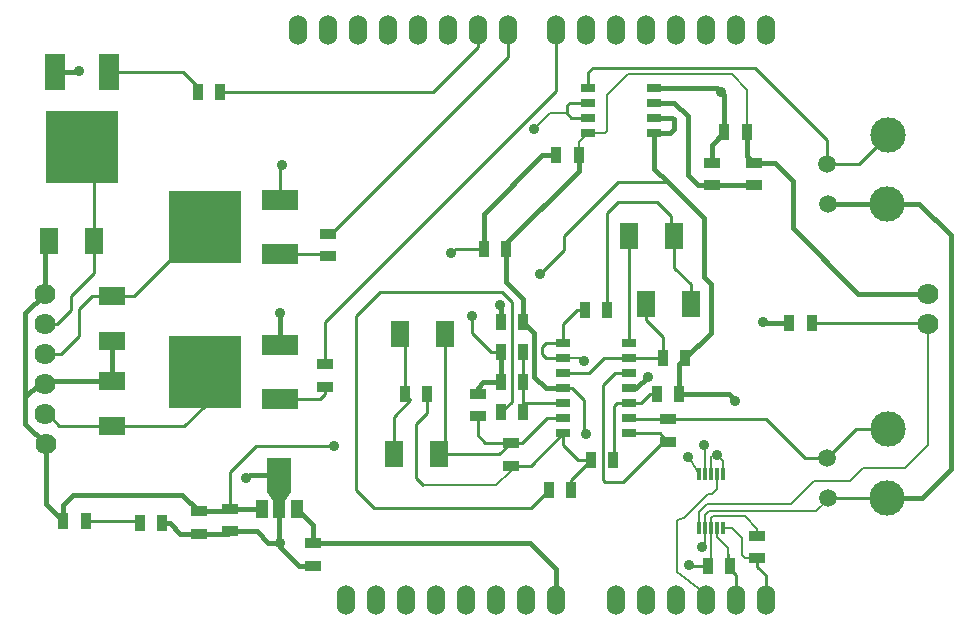
<source format=gtl>
G04 (created by PCBNEW (2013-07-07 BZR 4022)-stable) date 12/18/2014 2:32:47 AM*
%MOIN*%
G04 Gerber Fmt 3.4, Leading zero omitted, Abs format*
%FSLAX34Y34*%
G01*
G70*
G90*
G04 APERTURE LIST*
%ADD10C,0.00590551*%
%ADD11R,0.05X0.025*%
%ADD12R,0.035X0.055*%
%ADD13R,0.055X0.035*%
%ADD14R,0.0118X0.0402*%
%ADD15C,0.0700787*%
%ADD16R,0.12X0.065*%
%ADD17R,0.24X0.24*%
%ADD18R,0.065X0.12*%
%ADD19R,0.063X0.0866*%
%ADD20R,0.0866X0.063*%
%ADD21O,0.06X0.1*%
%ADD22C,0.0590551*%
%ADD23C,0.11811*%
%ADD24R,0.0394X0.0591*%
%ADD25R,0.0787X0.1181*%
%ADD26C,0.035*%
%ADD27C,0.007*%
%ADD28C,0.01*%
%ADD29C,0.015*%
G04 APERTURE END LIST*
G54D10*
G54D11*
X83290Y-29420D03*
X83290Y-28920D03*
X83290Y-28420D03*
X83290Y-27920D03*
X81090Y-27920D03*
X81090Y-28420D03*
X81090Y-28920D03*
X81090Y-29420D03*
G54D12*
X78925Y-35750D03*
X78175Y-35750D03*
X81925Y-40350D03*
X81175Y-40350D03*
X83575Y-36950D03*
X84325Y-36950D03*
G54D13*
X78498Y-40527D03*
X78498Y-39777D03*
G54D12*
X84125Y-38150D03*
X83375Y-38150D03*
G54D13*
X83750Y-39725D03*
X83750Y-38975D03*
G54D12*
X80975Y-35350D03*
X81725Y-35350D03*
X86375Y-29400D03*
X85625Y-29400D03*
G54D13*
X69140Y-41965D03*
X69140Y-42715D03*
X68100Y-42035D03*
X68100Y-42785D03*
X71900Y-43115D03*
X71900Y-43865D03*
G54D12*
X63585Y-42380D03*
X64335Y-42380D03*
X66885Y-42450D03*
X66135Y-42450D03*
G54D13*
X86600Y-30425D03*
X86600Y-31175D03*
X85200Y-31175D03*
X85200Y-30425D03*
X77406Y-38883D03*
X77406Y-38133D03*
G54D12*
X68815Y-28070D03*
X68065Y-28070D03*
G54D13*
X72430Y-32785D03*
X72430Y-33535D03*
G54D12*
X85065Y-43860D03*
X85815Y-43860D03*
G54D13*
X86710Y-42855D03*
X86710Y-43605D03*
G54D12*
X78354Y-33287D03*
X77604Y-33287D03*
X78925Y-37750D03*
X78175Y-37750D03*
X78175Y-38750D03*
X78925Y-38750D03*
X78925Y-36750D03*
X78175Y-36750D03*
X75725Y-38150D03*
X74975Y-38150D03*
G54D13*
X72320Y-37135D03*
X72320Y-37885D03*
G54D12*
X87795Y-35780D03*
X88545Y-35780D03*
X80525Y-41350D03*
X79775Y-41350D03*
G54D14*
X85584Y-40784D03*
X85387Y-40784D03*
X85190Y-40784D03*
X84993Y-40784D03*
X84796Y-40784D03*
X84796Y-42596D03*
X84993Y-42596D03*
X85190Y-42596D03*
X85387Y-42596D03*
X85584Y-42596D03*
G54D11*
X80250Y-36450D03*
X80250Y-36950D03*
X80250Y-37450D03*
X80250Y-37950D03*
X80250Y-38450D03*
X80250Y-38950D03*
X80250Y-39450D03*
X82450Y-39450D03*
X82450Y-38950D03*
X82450Y-38450D03*
X82450Y-37950D03*
X82450Y-37450D03*
X82450Y-36950D03*
X82450Y-36450D03*
G54D15*
X63000Y-39800D03*
X62990Y-38806D03*
X62990Y-37802D03*
X62990Y-36798D03*
X62990Y-35794D03*
X62990Y-34790D03*
X92400Y-35800D03*
X92400Y-34796D03*
G54D16*
X70800Y-38300D03*
G54D17*
X68300Y-37400D03*
G54D16*
X70800Y-36500D03*
X70820Y-33480D03*
G54D17*
X68320Y-32580D03*
G54D16*
X70820Y-31680D03*
G54D18*
X65100Y-27400D03*
G54D17*
X64200Y-29900D03*
G54D18*
X63300Y-27400D03*
G54D19*
X84498Y-35150D03*
X83002Y-35150D03*
X82447Y-32874D03*
X83943Y-32874D03*
X76098Y-40150D03*
X74602Y-40150D03*
X74802Y-36150D03*
X76298Y-36150D03*
G54D20*
X65210Y-39198D03*
X65210Y-37702D03*
X65210Y-34872D03*
X65210Y-36368D03*
G54D19*
X64618Y-33020D03*
X63122Y-33020D03*
G54D21*
X78400Y-26000D03*
X77400Y-26000D03*
X76400Y-26000D03*
X75400Y-26000D03*
X74400Y-26000D03*
X73400Y-26000D03*
X72400Y-26000D03*
X71400Y-26000D03*
X76000Y-45000D03*
X75000Y-45000D03*
X74000Y-45000D03*
X73000Y-45000D03*
X77000Y-45000D03*
X78000Y-45000D03*
X79000Y-45000D03*
X80000Y-45000D03*
X82000Y-45000D03*
X83000Y-45000D03*
X84000Y-45000D03*
X85000Y-45000D03*
X86000Y-45000D03*
X87000Y-45000D03*
X87000Y-26000D03*
X86000Y-26000D03*
X85000Y-26000D03*
X84000Y-26000D03*
X83000Y-26000D03*
X82000Y-26000D03*
X81000Y-26000D03*
X80000Y-26000D03*
G54D22*
X89054Y-30477D03*
X89073Y-31815D03*
G54D23*
X91078Y-29509D03*
X91056Y-31797D03*
G54D22*
X89054Y-40277D03*
X89073Y-41615D03*
G54D23*
X91078Y-39309D03*
X91056Y-41597D03*
G54D12*
X80765Y-30180D03*
X80015Y-30180D03*
G54D24*
X70199Y-41979D03*
X70790Y-41979D03*
X71381Y-41979D03*
G54D25*
X70790Y-40817D03*
G54D10*
G36*
X71184Y-41397D02*
X70987Y-41692D01*
X70593Y-41692D01*
X70396Y-41397D01*
X71184Y-41397D01*
X71184Y-41397D01*
G37*
G54D26*
X80940Y-37020D03*
X84430Y-40234D03*
X79290Y-29310D03*
X84960Y-39838D03*
X78156Y-35168D03*
X76520Y-33440D03*
X70880Y-30500D03*
X83070Y-37570D03*
X85380Y-40152D03*
X86900Y-35728D03*
X85515Y-28070D03*
X70800Y-43100D03*
X69680Y-40940D03*
X70820Y-35440D03*
X64130Y-27360D03*
X84440Y-43840D03*
X72600Y-39860D03*
X81030Y-39480D03*
X79470Y-34140D03*
X77206Y-35520D03*
X85996Y-38356D03*
X84870Y-43230D03*
G54D27*
X84050Y-42340D02*
X84270Y-42280D01*
X85387Y-41313D02*
X85387Y-40784D01*
X85220Y-41480D02*
X85387Y-41313D01*
X85070Y-41480D02*
X85220Y-41480D01*
X84270Y-42280D02*
X85070Y-41480D01*
X85000Y-44800D02*
X85000Y-45000D01*
X84050Y-44070D02*
X85000Y-44800D01*
X84050Y-42320D02*
X84050Y-42340D01*
X84050Y-42340D02*
X84050Y-44070D01*
G54D28*
X72320Y-37135D02*
X72320Y-35720D01*
X80000Y-28040D02*
X80000Y-26000D01*
X72320Y-35720D02*
X80000Y-28040D01*
X72430Y-32785D02*
X72505Y-32785D01*
X78400Y-26890D02*
X78400Y-26000D01*
X72505Y-32785D02*
X78400Y-26890D01*
X68815Y-28070D02*
X75900Y-28070D01*
X77400Y-26570D02*
X77400Y-26000D01*
X75900Y-28070D02*
X77400Y-26570D01*
G54D27*
X85584Y-42596D02*
X85866Y-42596D01*
X86315Y-43605D02*
X86710Y-43605D01*
X86210Y-43500D02*
X86315Y-43605D01*
X86210Y-42940D02*
X86210Y-43500D01*
X85866Y-42596D02*
X86210Y-42940D01*
G54D28*
X86710Y-43605D02*
X86710Y-43890D01*
X87000Y-44180D02*
X87000Y-45000D01*
X86710Y-43890D02*
X87000Y-44180D01*
G54D27*
X85387Y-42596D02*
X85387Y-42907D01*
X85735Y-43255D02*
X85735Y-43470D01*
X85387Y-42907D02*
X85735Y-43255D01*
G54D28*
X85735Y-43470D02*
X85735Y-43895D01*
X86000Y-44160D02*
X86000Y-45000D01*
X85735Y-43895D02*
X86000Y-44160D01*
G54D27*
X84796Y-40784D02*
X84496Y-40300D01*
X80870Y-36950D02*
X80250Y-36950D01*
X80940Y-37020D02*
X80870Y-36950D01*
X84496Y-40300D02*
X84430Y-40234D01*
G54D28*
X80250Y-36450D02*
X80250Y-35800D01*
X80700Y-35350D02*
X80975Y-35350D01*
X80250Y-35800D02*
X80700Y-35350D01*
X80250Y-36450D02*
X79664Y-36450D01*
X79692Y-36950D02*
X80250Y-36950D01*
X79553Y-36811D02*
X79692Y-36950D01*
X79553Y-36561D02*
X79553Y-36811D01*
X79664Y-36450D02*
X79553Y-36561D01*
X88545Y-35780D02*
X92380Y-35780D01*
X92380Y-35780D02*
X92400Y-35800D01*
G54D27*
X84796Y-42596D02*
X84796Y-42064D01*
X92400Y-39840D02*
X92400Y-35800D01*
X91650Y-40590D02*
X92400Y-39840D01*
X90260Y-40590D02*
X91650Y-40590D01*
X89800Y-41050D02*
X90260Y-40590D01*
X88620Y-41050D02*
X89800Y-41050D01*
X87860Y-41810D02*
X88620Y-41050D01*
X85050Y-41810D02*
X87860Y-41810D01*
X84796Y-42064D02*
X85050Y-41810D01*
X84993Y-40784D02*
X84993Y-39871D01*
X79820Y-28780D02*
X80380Y-28780D01*
X79290Y-29310D02*
X79820Y-28780D01*
X84993Y-39871D02*
X84960Y-39838D01*
G54D28*
X81090Y-28420D02*
X80470Y-28420D01*
X80520Y-28920D02*
X81090Y-28920D01*
X80380Y-28780D02*
X80520Y-28920D01*
X80380Y-28510D02*
X80380Y-28780D01*
X80470Y-28420D02*
X80380Y-28510D01*
X81725Y-35350D02*
X81725Y-32100D01*
X83855Y-32785D02*
X83943Y-32874D01*
X83855Y-32195D02*
X83855Y-32785D01*
X83392Y-31732D02*
X83855Y-32195D01*
X82093Y-31732D02*
X83392Y-31732D01*
X81725Y-32100D02*
X82093Y-31732D01*
X83943Y-32874D02*
X83943Y-33917D01*
X84498Y-34472D02*
X84498Y-35150D01*
X83943Y-33917D02*
X84498Y-34472D01*
X83750Y-38975D02*
X82475Y-38975D01*
X82475Y-38975D02*
X82450Y-38950D01*
X89054Y-40277D02*
X88317Y-40277D01*
X87015Y-38975D02*
X83750Y-38975D01*
X88317Y-40277D02*
X87015Y-38975D01*
X91078Y-39309D02*
X90022Y-39309D01*
X90022Y-39309D02*
X89054Y-40277D01*
X74602Y-40150D02*
X74602Y-38898D01*
X75150Y-38350D02*
X74975Y-38150D01*
X74602Y-38898D02*
X75150Y-38350D01*
X74975Y-38150D02*
X74975Y-36323D01*
X74975Y-36323D02*
X74802Y-36150D01*
X83575Y-36950D02*
X83575Y-36236D01*
X83002Y-35663D02*
X83002Y-35150D01*
X83575Y-36236D02*
X83002Y-35663D01*
X82450Y-36950D02*
X81610Y-36950D01*
X81110Y-37450D02*
X80250Y-37450D01*
X81610Y-36950D02*
X81110Y-37450D01*
X83575Y-36950D02*
X82450Y-36950D01*
X82447Y-32874D02*
X82447Y-36447D01*
X82447Y-36447D02*
X82450Y-36450D01*
X80250Y-38450D02*
X78925Y-38450D01*
X78925Y-38750D02*
X78925Y-38450D01*
X78925Y-38450D02*
X78925Y-37750D01*
X78925Y-37750D02*
X78925Y-36750D01*
X77406Y-38883D02*
X77406Y-39508D01*
X78475Y-39754D02*
X78498Y-39777D01*
X77652Y-39754D02*
X78475Y-39754D01*
X77406Y-39508D02*
X77652Y-39754D01*
X78498Y-39777D02*
X78889Y-39777D01*
X78889Y-39777D02*
X79716Y-38950D01*
X79716Y-38950D02*
X80250Y-38950D01*
X76098Y-40150D02*
X78125Y-40150D01*
X78125Y-40150D02*
X78498Y-39777D01*
X76298Y-36150D02*
X76298Y-39950D01*
X76298Y-39950D02*
X76098Y-40150D01*
G54D27*
X75570Y-41170D02*
X78030Y-41170D01*
X78498Y-40702D02*
X78498Y-40527D01*
X78030Y-41170D02*
X78498Y-40702D01*
G54D28*
X78498Y-40527D02*
X79173Y-40527D01*
X79173Y-40527D02*
X80250Y-39450D01*
X80250Y-39450D02*
X80250Y-39850D01*
X75725Y-38775D02*
X75725Y-38150D01*
X75350Y-39150D02*
X75725Y-38775D01*
X75350Y-40950D02*
X75350Y-39150D01*
X75550Y-41150D02*
X75570Y-41170D01*
X75570Y-41170D02*
X75350Y-40950D01*
X81175Y-40350D02*
X80750Y-40350D01*
X80750Y-40350D02*
X80250Y-39850D01*
X80525Y-41350D02*
X80525Y-41000D01*
X80525Y-41000D02*
X81175Y-40350D01*
X77098Y-34750D02*
X78218Y-34750D01*
X78540Y-38385D02*
X78175Y-38750D01*
X78540Y-35072D02*
X78540Y-38385D01*
X78218Y-34750D02*
X78540Y-35072D01*
X79175Y-41950D02*
X79775Y-41350D01*
X73950Y-41950D02*
X79175Y-41950D01*
X73350Y-41350D02*
X73950Y-41950D01*
X73350Y-35550D02*
X73350Y-41350D01*
X74150Y-34750D02*
X73350Y-35550D01*
X77150Y-34750D02*
X77098Y-34750D01*
X77098Y-34750D02*
X74150Y-34750D01*
G54D29*
X85200Y-31175D02*
X86600Y-31175D01*
X83290Y-28420D02*
X83950Y-28420D01*
X84735Y-31175D02*
X85200Y-31175D01*
X84400Y-30840D02*
X84735Y-31175D01*
X84400Y-28870D02*
X84400Y-30840D01*
X83950Y-28420D02*
X84400Y-28870D01*
G54D28*
X65210Y-39198D02*
X67622Y-39198D01*
X68300Y-38520D02*
X68300Y-37400D01*
X67622Y-39198D02*
X68300Y-38520D01*
X62990Y-38806D02*
X63066Y-38806D01*
X63458Y-39198D02*
X65210Y-39198D01*
X63066Y-38806D02*
X63458Y-39198D01*
X65210Y-34872D02*
X64538Y-34872D01*
X63501Y-36798D02*
X62990Y-36798D01*
X64100Y-36200D02*
X63501Y-36798D01*
X64100Y-35310D02*
X64100Y-36200D01*
X64538Y-34872D02*
X64100Y-35310D01*
X68320Y-32580D02*
X68240Y-32580D01*
X65948Y-34872D02*
X65210Y-34872D01*
X68240Y-32580D02*
X65948Y-34872D01*
X64618Y-33020D02*
X64618Y-30318D01*
X64618Y-30318D02*
X64200Y-29900D01*
X62990Y-35794D02*
X63395Y-35794D01*
X64618Y-34102D02*
X64618Y-33020D01*
X63840Y-34880D02*
X64618Y-34102D01*
X63840Y-35350D02*
X63840Y-34880D01*
X63395Y-35794D02*
X63840Y-35350D01*
X89054Y-30477D02*
X90110Y-30477D01*
X90110Y-30477D02*
X91078Y-29509D01*
X81090Y-27920D02*
X81090Y-27410D01*
X89054Y-29674D02*
X89054Y-30477D01*
X86640Y-27260D02*
X89054Y-29674D01*
X81240Y-27260D02*
X86640Y-27260D01*
X81090Y-27410D02*
X81240Y-27260D01*
X82450Y-38450D02*
X82850Y-38450D01*
X83150Y-38150D02*
X83375Y-38150D01*
X82850Y-38450D02*
X83150Y-38150D01*
X82450Y-38450D02*
X82050Y-38450D01*
X81950Y-40325D02*
X81925Y-40350D01*
X81950Y-38550D02*
X81950Y-40325D01*
X82050Y-38450D02*
X81950Y-38550D01*
X82450Y-39450D02*
X83475Y-39450D01*
X83475Y-39450D02*
X83750Y-39725D01*
X81966Y-37450D02*
X82450Y-37450D01*
X81581Y-37835D02*
X81966Y-37450D01*
X81581Y-40984D02*
X81581Y-37835D01*
X81660Y-41063D02*
X81581Y-40984D01*
X82250Y-41063D02*
X81660Y-41063D01*
X83589Y-39725D02*
X82250Y-41063D01*
G54D29*
X70790Y-41545D02*
X70790Y-40817D01*
X78175Y-35750D02*
X78175Y-35187D01*
X78175Y-35187D02*
X78156Y-35168D01*
G54D28*
X76672Y-33287D02*
X76520Y-33440D01*
X77604Y-33287D02*
X76672Y-33287D01*
X70820Y-30560D02*
X70820Y-31680D01*
X70820Y-30560D02*
X70880Y-30500D01*
G54D29*
X82450Y-37950D02*
X82690Y-37950D01*
X82690Y-37950D02*
X83070Y-37570D01*
G54D27*
X85584Y-40784D02*
X85584Y-40356D01*
X85190Y-40230D02*
X85226Y-40194D01*
X85226Y-40194D02*
X85338Y-40194D01*
X85338Y-40194D02*
X85380Y-40152D01*
X85190Y-40230D02*
X85190Y-40784D01*
X85584Y-40356D02*
X85380Y-40152D01*
G54D29*
X87795Y-35780D02*
X86952Y-35780D01*
X86952Y-35780D02*
X86900Y-35728D01*
X83290Y-27920D02*
X85365Y-27920D01*
X85625Y-28180D02*
X85515Y-28070D01*
X85625Y-28180D02*
X85625Y-29400D01*
X85365Y-27920D02*
X85515Y-28070D01*
X85200Y-30425D02*
X85200Y-29825D01*
X85200Y-29825D02*
X85625Y-29400D01*
X80015Y-30180D02*
X79550Y-30180D01*
X77604Y-32125D02*
X77604Y-33287D01*
X79550Y-30180D02*
X77604Y-32125D01*
X69140Y-42715D02*
X70045Y-42715D01*
X71435Y-43865D02*
X70800Y-43230D01*
X70800Y-43230D02*
X70800Y-43100D01*
X71900Y-43865D02*
X71435Y-43865D01*
X70790Y-43090D02*
X70790Y-41979D01*
X70790Y-43090D02*
X70800Y-43100D01*
X70430Y-43100D02*
X70800Y-43100D01*
X70045Y-42715D02*
X70430Y-43100D01*
X68100Y-42785D02*
X69070Y-42785D01*
X69070Y-42785D02*
X69140Y-42715D01*
X66885Y-42450D02*
X67160Y-42450D01*
X67495Y-42785D02*
X68100Y-42785D01*
X67160Y-42450D02*
X67495Y-42785D01*
X70790Y-40817D02*
X69803Y-40817D01*
X69803Y-40817D02*
X69680Y-40940D01*
X70800Y-36500D02*
X70800Y-35460D01*
X70800Y-35460D02*
X70820Y-35440D01*
X63300Y-27400D02*
X64090Y-27400D01*
X64090Y-27400D02*
X64130Y-27360D01*
G54D28*
X70800Y-38300D02*
X72160Y-38300D01*
X72320Y-38140D02*
X72320Y-37885D01*
X72160Y-38300D02*
X72320Y-38140D01*
X70820Y-33480D02*
X72375Y-33480D01*
X72375Y-33480D02*
X72430Y-33535D01*
X68065Y-28070D02*
X68065Y-27895D01*
X67570Y-27400D02*
X65100Y-27400D01*
X68065Y-27895D02*
X67570Y-27400D01*
X64335Y-42380D02*
X66065Y-42380D01*
X66065Y-42380D02*
X66135Y-42450D01*
X85065Y-43860D02*
X84460Y-43860D01*
X84460Y-43860D02*
X84440Y-43840D01*
X69140Y-41965D02*
X69140Y-40730D01*
X69140Y-40730D02*
X70010Y-39860D01*
X70010Y-39860D02*
X72600Y-39860D01*
X80560Y-37950D02*
X80250Y-37950D01*
X81030Y-39480D02*
X80950Y-39400D01*
X80950Y-39400D02*
X80950Y-38340D01*
X80950Y-38340D02*
X80560Y-37950D01*
G54D27*
X85190Y-42596D02*
X85190Y-43735D01*
X85190Y-43735D02*
X85065Y-43860D01*
G54D29*
X80250Y-37950D02*
X79666Y-37950D01*
X79666Y-37950D02*
X79276Y-37560D01*
X79276Y-37560D02*
X79276Y-36101D01*
X79276Y-36101D02*
X78925Y-35750D01*
X78354Y-33287D02*
X78354Y-34388D01*
X78925Y-34959D02*
X78925Y-35750D01*
X78354Y-34388D02*
X78925Y-34959D01*
X80765Y-30180D02*
X80765Y-30685D01*
X78354Y-33095D02*
X78354Y-33287D01*
X80765Y-30685D02*
X78354Y-33095D01*
G54D27*
X80765Y-30180D02*
X80765Y-29745D01*
X80765Y-29745D02*
X81090Y-29420D01*
X86375Y-29400D02*
X86375Y-27987D01*
X81658Y-29420D02*
X81090Y-29420D01*
X81708Y-29370D02*
X81658Y-29420D01*
X81708Y-28182D02*
X81708Y-29370D01*
X82412Y-27478D02*
X81708Y-28182D01*
X85866Y-27478D02*
X82412Y-27478D01*
X86375Y-27987D02*
X85866Y-27478D01*
G54D29*
X69140Y-41965D02*
X70185Y-41965D01*
X70185Y-41965D02*
X70199Y-41979D01*
X68100Y-42035D02*
X69070Y-42035D01*
X69070Y-42035D02*
X69140Y-41965D01*
X63585Y-42380D02*
X63585Y-41835D01*
X67555Y-41490D02*
X68100Y-42035D01*
X63930Y-41490D02*
X67555Y-41490D01*
X63585Y-41835D02*
X63930Y-41490D01*
X63000Y-39800D02*
X63000Y-41795D01*
X63000Y-41795D02*
X63585Y-42380D01*
G54D27*
X85190Y-42596D02*
X85190Y-42270D01*
X86710Y-42620D02*
X86710Y-42855D01*
X86300Y-42210D02*
X86710Y-42620D01*
X85249Y-42210D02*
X86300Y-42210D01*
X85190Y-42270D02*
X85249Y-42210D01*
X85190Y-42596D02*
X85190Y-42920D01*
G54D29*
X62330Y-38250D02*
X62330Y-35450D01*
X62330Y-35450D02*
X62990Y-34790D01*
X62990Y-34790D02*
X62990Y-33152D01*
X62990Y-33152D02*
X63122Y-33020D01*
X62990Y-37802D02*
X62777Y-37802D01*
X62330Y-39130D02*
X63000Y-39800D01*
X62330Y-38250D02*
X62330Y-39130D01*
X62777Y-37802D02*
X62330Y-38250D01*
X65210Y-37702D02*
X63090Y-37702D01*
X63090Y-37702D02*
X62990Y-37802D01*
X65210Y-36368D02*
X65210Y-37702D01*
X86375Y-29400D02*
X86375Y-30200D01*
X86375Y-30200D02*
X86600Y-30425D01*
X86600Y-30425D02*
X87305Y-30425D01*
X90096Y-34796D02*
X92400Y-34796D01*
X87910Y-32610D02*
X90096Y-34796D01*
X87910Y-31030D02*
X87910Y-32610D01*
X87305Y-30425D02*
X87910Y-31030D01*
G54D28*
X78175Y-36750D02*
X77850Y-36750D01*
X82064Y-31066D02*
X83732Y-31066D01*
X80266Y-32864D02*
X82064Y-31066D01*
X80266Y-33344D02*
X80266Y-32864D01*
X79470Y-34140D02*
X80266Y-33344D01*
X77206Y-36106D02*
X77206Y-35520D01*
X77850Y-36750D02*
X77206Y-36106D01*
G54D29*
X77406Y-38133D02*
X77406Y-37928D01*
X77584Y-37750D02*
X78175Y-37750D01*
X77406Y-37928D02*
X77584Y-37750D01*
G54D27*
X84993Y-42596D02*
X84993Y-43107D01*
G54D29*
X85790Y-38150D02*
X84125Y-38150D01*
X85996Y-38356D02*
X85790Y-38150D01*
G54D27*
X84993Y-43107D02*
X84870Y-43230D01*
G54D29*
X84125Y-38150D02*
X84125Y-37150D01*
X84125Y-37150D02*
X84325Y-36950D01*
X83290Y-29420D02*
X83290Y-30624D01*
X83290Y-30624D02*
X83732Y-31066D01*
X83732Y-31066D02*
X84946Y-32280D01*
X85186Y-36089D02*
X84325Y-36950D01*
X85186Y-34472D02*
X85186Y-36089D01*
X84946Y-34232D02*
X85186Y-34472D01*
X84946Y-32280D02*
X84946Y-34232D01*
X78175Y-36750D02*
X78175Y-37750D01*
X91056Y-41597D02*
X92223Y-41597D01*
X92127Y-31797D02*
X91056Y-31797D01*
X93170Y-32840D02*
X92127Y-31797D01*
X93170Y-40650D02*
X93170Y-32840D01*
X92223Y-41597D02*
X93170Y-40650D01*
X91056Y-31797D02*
X89091Y-31797D01*
X89091Y-31797D02*
X89073Y-31815D01*
X83290Y-28920D02*
X83890Y-28920D01*
X83830Y-29420D02*
X83290Y-29420D01*
X83940Y-29310D02*
X83830Y-29420D01*
X83940Y-28970D02*
X83940Y-29310D01*
X83890Y-28920D02*
X83940Y-28970D01*
G54D27*
X84993Y-42596D02*
X84993Y-42167D01*
X89073Y-41657D02*
X89073Y-41615D01*
X88690Y-42040D02*
X89073Y-41657D01*
X85120Y-42040D02*
X88690Y-42040D01*
X84993Y-42167D02*
X85120Y-42040D01*
G54D28*
X89073Y-41615D02*
X91038Y-41615D01*
X91038Y-41615D02*
X91056Y-41597D01*
G54D29*
X71900Y-43115D02*
X71900Y-42498D01*
X71900Y-42498D02*
X71381Y-41979D01*
X80000Y-45000D02*
X80000Y-43980D01*
X79135Y-43115D02*
X71900Y-43115D01*
X80000Y-43980D02*
X79135Y-43115D01*
M02*

</source>
